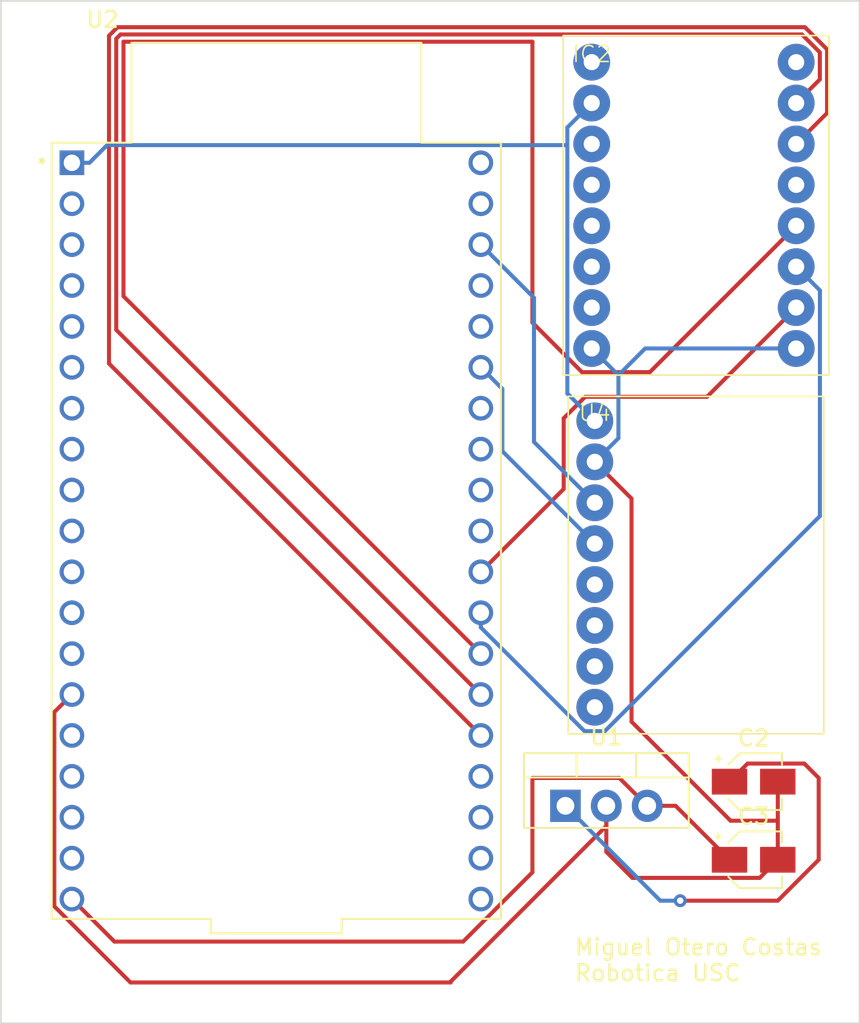
<source format=kicad_pcb>
(kicad_pcb (version 20221018) (generator pcbnew)
  (layers (0 "F.Cu" signal) (31 "B.Cu" signal) (34 "B.Paste" user) (35 "F.Paste" user) (36 "B.SilkS" user "B.Silkscreen") (37 "F.SilkS" user "F.Silkscreen") (38 "B.Mask" user) (39 "F.Mask" user) (44 "Edge.Cuts" user))
  (net 0 "")
  (net 1 "Net-(U1-VI)")
  (net 2 "GND")
  (net 3 "Net-(U1-VO)")
  (net 4 "VM")
  (net 5 "VCC")
  (net 6 "AO1")
  (net 7 "AO2")
  (net 8 "BO1")
  (net 9 "BO2")
  (net 10 "PWMA")
  (net 11 "AIN1")
  (net 12 "AIN2")
  (net 13 "STBY")
  (net 14 "BIN1")
  (net 15 "BIN2")
  (net 16 "PWMB")
  (net 40 "Net-(U2-IO21)")
  (net 43 "Net-(U2-IO22)")
  (footprint "Mi_Libreria2:TB6612FNG" (layer "F.Cu") (at 151.003 80.01)
    (fp_text reference "IC2" (at 0 -0.5 unlocked) (layer "F.SilkS") (effects (font (thickness 0.1))))
    (fp_text value "TB6612FNG")
    (fp_text_box "" (start -1.778 -1.651) (end 14.732 19.431) (layer "F.SilkS") (effects (font (size 1 1) (thickness 0.1)) (justify left top)) (stroke (width 0.1)))
    (pad "1" thru_hole circle (at 0 0) (size 2.286 2.286) (drill 1) (layers "*.Cu" "*.Mask") (net 4 "VM"))
    (pad "2" thru_hole circle (at 0 2.54) (size 2.286 2.286) (drill 1) (layers "*.Cu" "*.Mask") (net 5 "VCC"))
    (pad "3" thru_hole circle (at 0 5.08) (size 2.286 2.286) (drill 1) (layers "*.Cu" "*.Mask") (net 2 "GND"))
    (pad "4" thru_hole circle (at 0 7.62) (size 2.286 2.286) (drill 1) (layers "*.Cu" "*.Mask") (net 6 "AO1"))
    (pad "5" thru_hole circle (at 0 10.16) (size 2.286 2.286) (drill 1) (layers "*.Cu" "*.Mask") (net 7 "AO2"))
    (pad "6" thru_hole circle (at 0 12.7) (size 2.286 2.286) (drill 1) (layers "*.Cu" "*.Mask") (net 8 "BO1"))
    (pad "7" thru_hole circle (at 0 15.24) (size 2.286 2.286) (drill 1) (layers "*.Cu" "*.Mask") (net 9 "BO2"))
    (pad "8" thru_hole circle (at 0 17.78) (size 2.286 2.286) (drill 1) (layers "*.Cu" "*.Mask") (net 2 "GND"))
    (pad "9" thru_hole circle (at 12.7 0) (size 2.286 2.286) (drill 1) (layers "*.Cu" "*.Mask") (net 10 "PWMA"))
    (pad "10" thru_hole circle (at 12.7 2.54) (size 2.286 2.286) (drill 1) (layers "*.Cu" "*.Mask") (net 11 "AIN1"))
    (pad "11" thru_hole circle (at 12.7 5.08) (size 2.286 2.286) (drill 1) (layers "*.Cu" "*.Mask") (net 12 "AIN2"))
    (pad "12" thru_hole circle (at 12.7 7.62) (size 2.286 2.286) (drill 1) (layers "*.Cu" "*.Mask") (net 13 "STBY"))
    (pad "13" thru_hole circle (at 12.7 10.16) (size 2.286 2.286) (drill 1) (layers "*.Cu" "*.Mask") (net 14 "BIN1"))
    (pad "14" thru_hole circle (at 12.7 12.7) (size 2.286 2.286) (drill 1) (layers "*.Cu" "*.Mask") (net 15 "BIN2"))
    (pad "15" thru_hole circle (at 12.7 15.24) (size 2.286 2.286) (drill 1) (layers "*.Cu" "*.Mask") (net 16 "PWMB"))
    (pad "16" thru_hole circle (at 12.7 17.78) (size 2.286 2.286) (drill 1) (layers "*.Cu" "*.Mask") (net 2 "GND"))
  )
  (footprint "Capacitor_SMD:CP_Elec_3x5.3" (layer "F.Cu") (at 161.06 124.69)
    (fp_text reference "C2" (at 0 -2.7) (layer "F.SilkS"))
    (fp_text value "0.33uF")
    (fp_line (start -2.375 -1.435) (end -2 -1.435) (stroke (width 0.12)) (layer "F.SilkS"))
    (fp_line (start -2.1875 -1.6225) (end -2.1875 -1.2475) (stroke (width 0.12)) (layer "F.SilkS"))
    (fp_line (start -1.570563 -1.06) (end -0.870563 -1.76) (stroke (width 0.12)) (layer "F.SilkS"))
    (fp_line (start -1.570563 1.06) (end -0.870563 1.76) (stroke (width 0.12)) (layer "F.SilkS"))
    (fp_line (start -0.870563 -1.76) (end 1.76 -1.76) (stroke (width 0.12)) (layer "F.SilkS"))
    (fp_line (start -0.870563 1.76) (end 1.76 1.76) (stroke (width 0.12)) (layer "F.SilkS"))
    (fp_line (start 1.76 -1.76) (end 1.76 -1.06) (stroke (width 0.12)) (layer "F.SilkS"))
    (fp_line (start 1.76 1.76) (end 1.76 1.06) (stroke (width 0.12)) (layer "F.SilkS"))
    (pad "1" smd rect (at -1.5 0) (size 2.2 1.6) (layers "F.Cu" "F.Paste" "F.Mask") (net 1 "Net-(U1-VI)"))
    (pad "2" smd rect (at 1.5 0) (size 2.2 1.6) (layers "F.Cu" "F.Paste" "F.Mask") (net 2 "GND"))
  )
  (footprint "Package_TO_SOT_THT:TO-220-3_Vertical" (layer "F.Cu") (at 149.37 126.19)
    (fp_text reference "U1" (at 2.54 -4.27) (layer "F.SilkS"))
    (fp_text value "LM7805_TO220")
    (fp_line (start -2.58 -3.27) (end -2.58 1.371) (stroke (width 0.12)) (layer "F.SilkS"))
    (fp_line (start -2.58 -3.27) (end 7.66 -3.27) (stroke (width 0.12)) (layer "F.SilkS"))
    (fp_line (start -2.58 -1.76) (end 7.66 -1.76) (stroke (width 0.12)) (layer "F.SilkS"))
    (fp_line (start -2.58 1.371) (end 7.66 1.371) (stroke (width 0.12)) (layer "F.SilkS"))
    (fp_line (start 0.69 -3.27) (end 0.69 -1.76) (stroke (width 0.12)) (layer "F.SilkS"))
    (fp_line (start 4.391 -3.27) (end 4.391 -1.76) (stroke (width 0.12)) (layer "F.SilkS"))
    (fp_line (start 7.66 -3.27) (end 7.66 1.371) (stroke (width 0.12)) (layer "F.SilkS"))
    (pad "1" thru_hole rect (at 0 0) (size 1.905 2) (drill 1.1) (layers "*.Cu" "*.Mask") (net 1 "Net-(U1-VI)"))
    (pad "2" thru_hole oval (at 2.54 0) (size 1.905 2) (drill 1.1) (layers "*.Cu" "*.Mask") (net 2 "GND"))
    (pad "3" thru_hole oval (at 5.08 0) (size 1.905 2) (drill 1.1) (layers "*.Cu" "*.Mask") (net 3 "Net-(U1-VO)"))
  )
  (footprint "Mi_Libreria2:MODULE_ESP32-DEVKITC" (layer "F.Cu") (at 131.415 109.11)
    (fp_text reference "U2" (at -10.795 -31.75) (layer "F.SilkS"))
    (fp_text value "ESP32-DEVKITC")
    (fp_line (start -13.95 -24.1) (end -13.95 24.1) (stroke (width 0.127)) (layer "F.SilkS"))
    (fp_line (start -13.95 24.1) (end -4.07 24.1) (stroke (width 0.127)) (layer "F.SilkS"))
    (fp_line (start -9 -30.3) (end 9 -30.3) (stroke (width 0.127)) (layer "F.SilkS"))
    (fp_line (start -9 -24.1) (end -13.95 -24.1) (stroke (width 0.127)) (layer "F.SilkS"))
    (fp_line (start -9 -24.1) (end -9 -30.3) (stroke (width 0.127)) (layer "F.SilkS"))
    (fp_line (start -4.07 24.1) (end -4.07 25) (stroke (width 0.127)) (layer "F.SilkS"))
    (fp_line (start -4.07 25) (end 4.06 25) (stroke (width 0.127)) (layer "F.SilkS"))
    (fp_line (start 4.06 24.1) (end 13.95 24.1) (stroke (width 0.127)) (layer "F.SilkS"))
    (fp_line (start 4.06 25) (end 4.06 24.1) (stroke (width 0.127)) (layer "F.SilkS"))
    (fp_line (start 9 -30.3) (end 9 -24.1) (stroke (width 0.127)) (layer "F.SilkS"))
    (fp_line (start 13.95 -24.1) (end 9 -24.1) (stroke (width 0.127)) (layer "F.SilkS"))
    (fp_line (start 13.95 24.1) (end 13.95 -24.1) (stroke (width 0.127)) (layer "F.SilkS"))
    (fp_circle (center -14.57 -22.97) (end -14.47 -22.97) (stroke (width 0.2)) (fill none) (layer "F.SilkS"))
    (pad "1" thru_hole rect (at -12.7 -22.85) (size 1.53 1.53) (drill 1.02) (layers "*.Cu" "*.Mask") (net 5 "VCC"))
    (pad "2" thru_hole circle (at -12.7 -20.31) (size 1.53 1.53) (drill 1.02) (layers "*.Cu" "*.Mask"))
    (pad "3" thru_hole circle (at -12.7 -17.77) (size 1.53 1.53) (drill 1.02) (layers "*.Cu" "*.Mask"))
    (pad "4" thru_hole circle (at -12.7 -15.23) (size 1.53 1.53) (drill 1.02) (layers "*.Cu" "*.Mask"))
    (pad "5" thru_hole circle (at -12.7 -12.69) (size 1.53 1.53) (drill 1.02) (layers "*.Cu" "*.Mask"))
    (pad "6" thru_hole circle (at -12.7 -10.15) (size 1.53 1.53) (drill 1.02) (layers "*.Cu" "*.Mask"))
    (pad "7" thru_hole circle (at -12.7 -7.61) (size 1.53 1.53) (drill 1.02) (layers "*.Cu" "*.Mask"))
    (pad "8" thru_hole circle (at -12.7 -5.07) (size 1.53 1.53) (drill 1.02) (layers "*.Cu" "*.Mask"))
    (pad "9" thru_hole circle (at -12.7 -2.53) (size 1.53 1.53) (drill 1.02) (layers "*.Cu" "*.Mask"))
    (pad "10" thru_hole circle (at -12.7 0.01) (size 1.53 1.53) (drill 1.02) (layers "*.Cu" "*.Mask"))
    (pad "11" thru_hole circle (at -12.7 2.55) (size 1.53 1.53) (drill 1.02) (layers "*.Cu" "*.Mask"))
    (pad "12" thru_hole circle (at -12.7 5.09) (size 1.53 1.53) (drill 1.02) (layers "*.Cu" "*.Mask"))
    (pad "13" thru_hole circle (at -12.7 7.63) (size 1.53 1.53) (drill 1.02) (layers "*.Cu" "*.Mask"))
    (pad "14" thru_hole circle (at -12.7 10.17) (size 1.53 1.53) (drill 1.02) (layers "*.Cu" "*.Mask") (net 2 "GND"))
    (pad "15" thru_hole circle (at -12.7 12.71) (size 1.53 1.53) (drill 1.02) (layers "*.Cu" "*.Mask"))
    (pad "16" thru_hole circle (at -12.7 15.25) (size 1.53 1.53) (drill 1.02) (layers "*.Cu" "*.Mask"))
    (pad "17" thru_hole circle (at -12.7 17.79) (size 1.53 1.53) (drill 1.02) (layers "*.Cu" "*.Mask"))
    (pad "18" thru_hole circle (at -12.7 20.33) (size 1.53 1.53) (drill 1.02) (layers "*.Cu" "*.Mask"))
    (pad "19" thru_hole circle (at -12.7 22.87) (size 1.53 1.53) (drill 1.02) (layers "*.Cu" "*.Mask") (net 3 "Net-(U1-VO)"))
    (pad "20" thru_hole circle (at 12.7 22.87) (size 1.53 1.53) (drill 1.02) (layers "*.Cu" "*.Mask"))
    (pad "21" thru_hole circle (at 12.7 20.33) (size 1.53 1.53) (drill 1.02) (layers "*.Cu" "*.Mask"))
    (pad "22" thru_hole circle (at 12.7 17.79) (size 1.53 1.53) (drill 1.02) (layers "*.Cu" "*.Mask"))
    (pad "23" thru_hole circle (at 12.7 15.25) (size 1.53 1.53) (drill 1.02) (layers "*.Cu" "*.Mask"))
    (pad "24" thru_hole circle (at 12.7 12.71) (size 1.53 1.53) (drill 1.02) (layers "*.Cu" "*.Mask") (net 12 "AIN2"))
    (pad "25" thru_hole circle (at 12.7 10.17) (size 1.53 1.53) (drill 1.02) (layers "*.Cu" "*.Mask") (net 11 "AIN1"))
    (pad "26" thru_hole circle (at 12.7 7.63) (size 1.53 1.53) (drill 1.02) (layers "*.Cu" "*.Mask") (net 14 "BIN1"))
    (pad "27" thru_hole circle (at 12.7 5.09) (size 1.53 1.53) (drill 1.02) (layers "*.Cu" "*.Mask") (net 15 "BIN2"))
    (pad "28" thru_hole circle (at 12.7 2.55) (size 1.53 1.53) (drill 1.02) (layers "*.Cu" "*.Mask") (net 16 "PWMB"))
    (pad "29" thru_hole circle (at 12.7 0.01) (size 1.53 1.53) (drill 1.02) (layers "*.Cu" "*.Mask"))
    (pad "30" thru_hole circle (at 12.7 -2.53) (size 1.53 1.53) (drill 1.02) (layers "*.Cu" "*.Mask"))
    (pad "31" thru_hole circle (at 12.7 -5.07) (size 1.53 1.53) (drill 1.02) (layers "*.Cu" "*.Mask"))
    (pad "32" thru_hole circle (at 12.7 -7.61) (size 1.53 1.53) (drill 1.02) (layers "*.Cu" "*.Mask") (net 2 "GND"))
    (pad "33" thru_hole circle (at 12.7 -10.15) (size 1.53 1.53) (drill 1.02) (layers "*.Cu" "*.Mask") (net 40 "Net-(U2-IO21)"))
    (pad "34" thru_hole circle (at 12.7 -12.69) (size 1.53 1.53) (drill 1.02) (layers "*.Cu" "*.Mask"))
    (pad "35" thru_hole circle (at 12.7 -15.23) (size 1.53 1.53) (drill 1.02) (layers "*.Cu" "*.Mask"))
    (pad "36" thru_hole circle (at 12.7 -17.77) (size 1.53 1.53) (drill 1.02) (layers "*.Cu" "*.Mask") (net 43 "Net-(U2-IO22)"))
    (pad "37" thru_hole circle (at 12.7 -20.31) (size 1.53 1.53) (drill 1.02) (layers "*.Cu" "*.Mask"))
    (pad "38" thru_hole circle (at 12.7 -22.85) (size 1.53 1.53) (drill 1.02) (layers "*.Cu" "*.Mask") (net 2 "GND"))
  )
  (footprint "Mi_Libreria2:MPU6050" (layer "F.Cu") (at 151.1935 102.289)
    (fp_text reference "U4" (at 0 -0.5 unlocked) (layer "F.SilkS") (effects (font (thickness 0.1))))
    (fp_text value "MPU-6050-A")
    (fp_text_box "" (start -1.651 -1.524) (end 14.224 19.431) (layer "F.SilkS") (effects (font (size 1 1) (thickness 0.1)) (justify left top)) (stroke (width 0.1)))
    (pad "1" thru_hole circle (at 0 0) (size 2.286 2.286) (drill 1) (layers "*.Cu" "*.Mask") (net 5 "VCC"))
    (pad "2" thru_hole circle (at 0 2.54) (size 2.286 2.286) (drill 1) (layers "*.Cu" "*.Mask") (net 2 "GND"))
    (pad "3" thru_hole circle (at 0 5.08) (size 2.286 2.286) (drill 1) (layers "*.Cu" "*.Mask") (net 43 "Net-(U2-IO22)"))
    (pad "4" thru_hole circle (at 0 7.62) (size 2.286 2.286) (drill 1) (layers "*.Cu" "*.Mask") (net 40 "Net-(U2-IO21)"))
    (pad "5" thru_hole circle (at 0 10.16) (size 2.286 2.286) (drill 1) (layers "*.Cu" "*.Mask"))
    (pad "6" thru_hole circle (at 0 12.7) (size 2.286 2.286) (drill 1) (layers "*.Cu" "*.Mask"))
    (pad "7" thru_hole circle (at 0 15.24) (size 2.286 2.286) (drill 1) (layers "*.Cu" "*.Mask"))
    (pad "8" thru_hole circle (at 0 17.78) (size 2.286 2.286) (drill 1) (layers "*.Cu" "*.Mask"))
  )
  (footprint "Capacitor_SMD:CP_Elec_3x5.3" (layer "F.Cu") (at 161.06 129.54)
    (fp_text reference "C3" (at 0 -2.7) (layer "F.SilkS"))
    (fp_text value "0.1uF")
    (fp_line (start -2.375 -1.435) (end -2 -1.435) (stroke (width 0.12)) (layer "F.SilkS"))
    (fp_line (start -2.1875 -1.6225) (end -2.1875 -1.2475) (stroke (width 0.12)) (layer "F.SilkS"))
    (fp_line (start -1.570563 -1.06) (end -0.870563 -1.76) (stroke (width 0.12)) (layer "F.SilkS"))
    (fp_line (start -1.570563 1.06) (end -0.870563 1.76) (stroke (width 0.12)) (layer "F.SilkS"))
    (fp_line (start -0.870563 -1.76) (end 1.76 -1.76) (stroke (width 0.12)) (layer "F.SilkS"))
    (fp_line (start -0.870563 1.76) (end 1.76 1.76) (stroke (width 0.12)) (layer "F.SilkS"))
    (fp_line (start 1.76 -1.76) (end 1.76 -1.06) (stroke (width 0.12)) (layer "F.SilkS"))
    (fp_line (start 1.76 1.76) (end 1.76 1.06) (stroke (width 0.12)) (layer "F.SilkS"))
    (pad "1" smd rect (at -1.5 0) (size 2.2 1.6) (layers "F.Cu" "F.Paste" "F.Mask") (net 3 "Net-(U1-VO)"))
    (pad "2" smd rect (at 1.5 0) (size 2.2 1.6) (layers "F.Cu" "F.Paste" "F.Mask") (net 2 "GND"))
  )
  (gr_rect (start 114.3 76.2) (end 167.64 139.7) (stroke (width 0.1)) (fill none) (layer "Edge.Cuts"))
  (gr_text "Miguel Otero Costas\nRobotica USC" (at 149.86 137.16) (layer "F.SilkS") (effects (font (size 1 1)) (justify left bottom)))
  (segment (start 162.56 132.08) (end 156.4987 132.08) (width 0.25) (layer "F.Cu") (net 1))
  (segment (start 160.685 123.565) (end 164.205 123.565) (width 0.25) (layer "F.Cu") (net 1))
  (segment (start 164.205 123.565) (end 165.1 124.46) (width 0.25) (layer "F.Cu") (net 1))
  (segment (start 165.1 129.54) (end 162.56 132.08) (width 0.25) (layer "F.Cu") (net 1))
  (segment (start 159.56 124.69) (end 160.685 123.565) (width 0.25) (layer "F.Cu") (net 1))
  (segment (start 165.1 124.46) (end 165.1 129.54) (width 0.25) (layer "F.Cu") (net 1))
  (via (at 156.4987 132.08) (size 0.8) (drill 0.4) (layers "F.Cu" "B.Cu") (net 1))
  (segment (start 155.26 132.08) (end 156.4987 132.08) (width 0.25) (layer "B.Cu") (net 1))
  (segment (start 149.37 126.19) (end 155.26 132.08) (width 0.25) (layer "B.Cu") (net 1))
  (segment (start 153.475 120.9655) (end 153.475 107.1105) (width 0.25) (layer "F.Cu") (net 2))
  (segment (start 117.625 120.37) (end 118.715 119.28) (width 0.25) (layer "F.Cu") (net 2))
  (segment (start 151.91 126.19) (end 151.91 127.44) (width 0.25) (layer "F.Cu") (net 2))
  (segment (start 162.56 129.54) (end 161.435 130.665) (width 0.25) (layer "F.Cu") (net 2))
  (segment (start 162.56 127.115) (end 159.6245 127.115) (width 0.25) (layer "F.Cu") (net 2))
  (segment (start 153.525 130.665) (end 151.91 129.05) (width 0.25) (layer "F.Cu") (net 2))
  (segment (start 117.625 132.431) (end 117.625 120.37) (width 0.25) (layer "F.Cu") (net 2))
  (segment (start 122.354 137.16) (end 117.625 132.431) (width 0.25) (layer "F.Cu") (net 2))
  (segment (start 153.475 107.1105) (end 151.1935 104.829) (width 0.25) (layer "F.Cu") (net 2))
  (segment (start 159.6245 127.115) (end 153.475 120.9655) (width 0.25) (layer "F.Cu") (net 2))
  (segment (start 144.3037 86.4487) (end 144.115 86.26) (width 0.25) (layer "F.Cu") (net 2))
  (segment (start 162.56 127.115) (end 162.56 129.54) (width 0.25) (layer "F.Cu") (net 2))
  (segment (start 144.115 101.5) (end 144.3444 101.5) (width 0.25) (layer "F.Cu") (net 2))
  (segment (start 151.91 129.05) (end 151.91 127.44) (width 0.25) (layer "F.Cu") (net 2))
  (segment (start 142.24 137.11) (end 142.24 137.16) (width 0.25) (layer "F.Cu") (net 2))
  (segment (start 151.91 127.44) (end 142.24 137.11) (width 0.25) (layer "F.Cu") (net 2))
  (segment (start 162.56 124.69) (end 162.56 127.115) (width 0.25) (layer "F.Cu") (net 2))
  (segment (start 151.91 127.44) (end 151.91 126.19) (width 0.25) (layer "F.Cu") (net 2))
  (segment (start 161.435 130.665) (end 153.525 130.665) (width 0.25) (layer "F.Cu") (net 2))
  (segment (start 142.24 137.16) (end 122.354 137.16) (width 0.25) (layer "F.Cu") (net 2))
  (segment (start 154.3208 97.79) (end 152.6619 99.4489) (width 0.25) (layer "B.Cu") (net 2))
  (segment (start 152.6619 103.3606) (end 152.6619 99.4489) (width 0.25) (layer "B.Cu") (net 2))
  (segment (start 151.1935 104.829) (end 152.6619 103.3606) (width 0.25) (layer "B.Cu") (net 2))
  (segment (start 163.703 97.79) (end 154.3208 97.79) (width 0.25) (layer "B.Cu") (net 2))
  (segment (start 152.6619 99.4489) (end 151.003 97.79) (width 0.25) (layer "B.Cu") (net 2))
  (segment (start 154.45 126.19) (end 156.21 126.19) (width 0.25) (layer "F.Cu") (net 3))
  (segment (start 147.32 124.46) (end 147.32 130.316) (width 0.25) (layer "F.Cu") (net 3))
  (segment (start 154.45 126.19) (end 152.72 124.46) (width 0.25) (layer "F.Cu") (net 3))
  (segment (start 152.72 124.46) (end 147.32 124.46) (width 0.25) (layer "F.Cu") (net 3))
  (segment (start 121.355 134.62) (end 118.715 131.98) (width 0.25) (layer "F.Cu") (net 3))
  (segment (start 156.21 126.19) (end 159.56 129.54) (width 0.25) (layer "F.Cu") (net 3))
  (segment (start 143.016 134.62) (end 121.355 134.62) (width 0.25) (layer "F.Cu") (net 3))
  (segment (start 147.32 130.316) (end 143.016 134.62) (width 0.25) (layer "F.Cu") (net 3))
  (segment (start 151.003 82.55) (end 149.4893 84.0637) (width 0.25) (layer "B.Cu") (net 5))
  (segment (start 118.715 86.26) (end 119.8053 86.26) (width 0.25) (layer "B.Cu") (net 5))
  (segment (start 149.4893 100.5848) (end 151.1935 102.289) (width 0.25) (layer "B.Cu") (net 5))
  (segment (start 119.8053 86.26) (end 120.9035 85.1618) (width 0.25) (layer "B.Cu") (net 5))
  (segment (start 149.4893 84.0637) (end 149.4893 85.1618) (width 0.25) (layer "B.Cu") (net 5))
  (segment (start 120.9035 85.1618) (end 149.4893 85.1618) (width 0.25) (layer "B.Cu") (net 5))
  (segment (start 149.4893 85.1618) (end 149.4893 100.5848) (width 0.25) (layer "B.Cu") (net 5))
  (segment (start 165.171 81.082) (end 163.703 82.55) (width 0.25) (layer "F.Cu") (net 11))
  (segment (start 165.171 79.401934) (end 165.171 81.082) (width 0.25) (layer "F.Cu") (net 11))
  (segment (start 121.47 78.553604) (end 121.733604 78.29) (width 0.25) (layer "F.Cu") (net 11))
  (segment (start 121.47 96.635) (end 121.47 78.553604) (width 0.25) (layer "F.Cu") (net 11))
  (segment (start 121.733604 78.29) (end 164.059066 78.29) (width 0.25) (layer "F.Cu") (net 11))
  (segment (start 144.115 119.28) (end 121.47 96.635) (width 0.25) (layer "F.Cu") (net 11))
  (segment (start 164.059066 78.29) (end 165.171 79.401934) (width 0.25) (layer "F.Cu") (net 11))
  (segment (start 121.02 78.367208) (end 121.547208 77.84) (width 0.25) (layer "F.Cu") (net 12))
  (segment (start 144.115 121.82) (end 121.02 98.725) (width 0.25) (layer "F.Cu") (net 12))
  (segment (start 165.621 79.215538) (end 165.621 83.172) (width 0.25) (layer "F.Cu") (net 12))
  (segment (start 165.621 83.172) (end 163.703 85.09) (width 0.25) (layer "F.Cu") (net 12))
  (segment (start 121.02 98.725) (end 121.02 78.367208) (width 0.25) (layer "F.Cu") (net 12))
  (segment (start 121.547208 77.84) (end 164.245462 77.84) (width 0.25) (layer "F.Cu") (net 12))
  (segment (start 164.245462 77.84) (end 165.621 79.215538) (width 0.25) (layer "F.Cu") (net 12))
  (segment (start 121.92 94.545) (end 121.92 78.74) (width 0.25) (layer "F.Cu") (net 14))
  (segment (start 154.615 99.258) (end 163.703 90.17) (width 0.25) (layer "F.Cu") (net 14))
  (segment (start 144.115 116.74) (end 121.92 94.545) (width 0.25) (layer "F.Cu") (net 14))
  (segment (start 150.394934 99.258) (end 154.615 99.258) (width 0.25) (layer "F.Cu") (net 14))
  (segment (start 147.32 78.74) (end 147.32 96.183066) (width 0.25) (layer "F.Cu") (net 14))
  (segment (start 121.92 78.74) (end 147.32 78.74) (width 0.25) (layer "F.Cu") (net 14))
  (segment (start 147.32 96.183066) (end 150.394934 99.258) (width 0.25) (layer "F.Cu") (net 14))
  (segment (start 150.5548 121.5536) (end 144.115 115.1138) (width 0.25) (layer "B.Cu") (net 15))
  (segment (start 163.703 92.71) (end 165.1767 94.1837) (width 0.25) (layer "B.Cu") (net 15))
  (segment (start 144.115 115.1138) (end 144.115 114.2) (width 0.25) (layer "B.Cu") (net 15))
  (segment (start 165.1767 94.1837) (end 165.1767 108.1932) (width 0.25) (layer "B.Cu") (net 15))
  (segment (start 165.1767 108.1932) (end 151.8163 121.5536) (width 0.25) (layer "B.Cu") (net 15))
  (segment (start 151.8163 121.5536) (end 150.5548 121.5536) (width 0.25) (layer "B.Cu") (net 15))
  (segment (start 149.2619 102.1239) (end 150.5945 100.7913) (width 0.25) (layer "F.Cu") (net 16))
  (segment (start 149.2619 106.5131) (end 149.2619 102.1239) (width 0.25) (layer "F.Cu") (net 16))
  (segment (start 144.115 111.66) (end 149.2619 106.5131) (width 0.25) (layer "F.Cu") (net 16))
  (segment (start 150.5945 100.7913) (end 158.1617 100.7913) (width 0.25) (layer "F.Cu") (net 16))
  (segment (start 158.1617 100.7913) (end 163.703 95.25) (width 0.25) (layer "F.Cu") (net 16))
  (segment (start 145.4536 100.2986) (end 145.4536 104.1691) (width 0.25) (layer "B.Cu") (net 40))
  (segment (start 145.4536 104.1691) (end 151.1935 109.909) (width 0.25) (layer "B.Cu") (net 40))
  (segment (start 144.115 98.96) (end 145.4536 100.2986) (width 0.25) (layer "B.Cu") (net 40))
  (segment (start 144.115 91.34) (end 147.4177 94.6427) (width 0.25) (layer "B.Cu") (net 43))
  (segment (start 147.4177 94.6427) (end 147.4177 103.5932) (width 0.25) (layer "B.Cu") (net 43))
  (segment (start 147.4177 103.5932) (end 151.1935 107.369) (width 0.25) (layer "B.Cu") (net 43))
)
</source>
